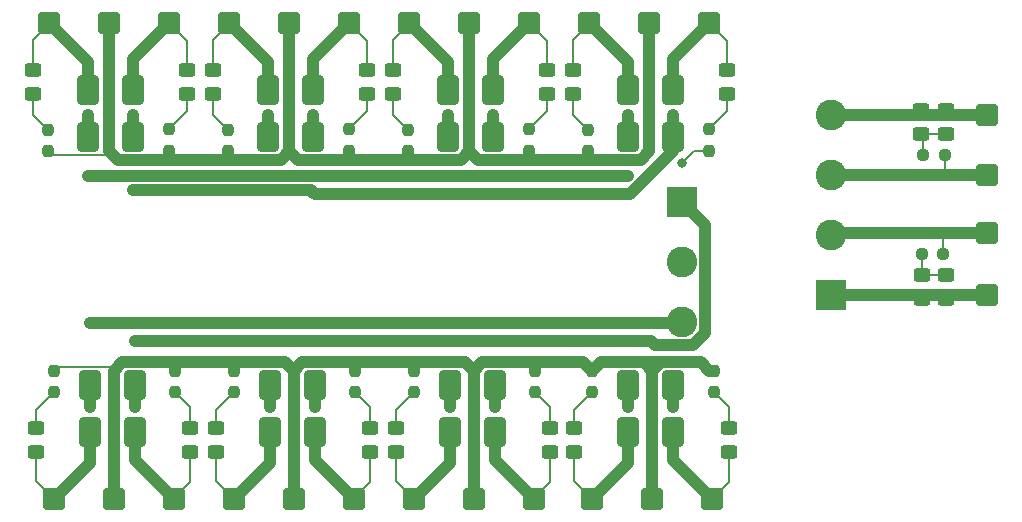
<source format=gbr>
%TF.GenerationSoftware,KiCad,Pcbnew,8.0.2*%
%TF.CreationDate,2024-07-03T12:32:50+02:00*%
%TF.ProjectId,OSSD_TEST_PCB,4f535344-5f54-4455-9354-5f5043422e6b,rev?*%
%TF.SameCoordinates,Original*%
%TF.FileFunction,Copper,L1,Top*%
%TF.FilePolarity,Positive*%
%FSLAX46Y46*%
G04 Gerber Fmt 4.6, Leading zero omitted, Abs format (unit mm)*
G04 Created by KiCad (PCBNEW 8.0.2) date 2024-07-03 12:32:50*
%MOMM*%
%LPD*%
G01*
G04 APERTURE LIST*
G04 Aperture macros list*
%AMRoundRect*
0 Rectangle with rounded corners*
0 $1 Rounding radius*
0 $2 $3 $4 $5 $6 $7 $8 $9 X,Y pos of 4 corners*
0 Add a 4 corners polygon primitive as box body*
4,1,4,$2,$3,$4,$5,$6,$7,$8,$9,$2,$3,0*
0 Add four circle primitives for the rounded corners*
1,1,$1+$1,$2,$3*
1,1,$1+$1,$4,$5*
1,1,$1+$1,$6,$7*
1,1,$1+$1,$8,$9*
0 Add four rect primitives between the rounded corners*
20,1,$1+$1,$2,$3,$4,$5,0*
20,1,$1+$1,$4,$5,$6,$7,0*
20,1,$1+$1,$6,$7,$8,$9,0*
20,1,$1+$1,$8,$9,$2,$3,0*%
G04 Aperture macros list end*
%TA.AperFunction,SMDPad,CuDef*%
%ADD10RoundRect,0.250000X0.650000X-1.000000X0.650000X1.000000X-0.650000X1.000000X-0.650000X-1.000000X0*%
%TD*%
%TA.AperFunction,SMDPad,CuDef*%
%ADD11RoundRect,0.250000X0.450000X-0.325000X0.450000X0.325000X-0.450000X0.325000X-0.450000X-0.325000X0*%
%TD*%
%TA.AperFunction,SMDPad,CuDef*%
%ADD12RoundRect,0.250000X-0.650000X1.000000X-0.650000X-1.000000X0.650000X-1.000000X0.650000X1.000000X0*%
%TD*%
%TA.AperFunction,SMDPad,CuDef*%
%ADD13RoundRect,0.237500X0.237500X-0.250000X0.237500X0.250000X-0.237500X0.250000X-0.237500X-0.250000X0*%
%TD*%
%TA.AperFunction,SMDPad,CuDef*%
%ADD14RoundRect,0.237500X-0.237500X0.250000X-0.237500X-0.250000X0.237500X-0.250000X0.237500X0.250000X0*%
%TD*%
%TA.AperFunction,SMDPad,CuDef*%
%ADD15RoundRect,0.250000X-0.450000X0.325000X-0.450000X-0.325000X0.450000X-0.325000X0.450000X0.325000X0*%
%TD*%
%TA.AperFunction,ComponentPad*%
%ADD16R,2.600000X2.600000*%
%TD*%
%TA.AperFunction,ComponentPad*%
%ADD17C,2.600000*%
%TD*%
%TA.AperFunction,SMDPad,CuDef*%
%ADD18RoundRect,0.237500X-0.250000X-0.237500X0.250000X-0.237500X0.250000X0.237500X-0.250000X0.237500X0*%
%TD*%
%TA.AperFunction,ComponentPad*%
%ADD19RoundRect,0.250000X-0.675000X-0.675000X0.675000X-0.675000X0.675000X0.675000X-0.675000X0.675000X0*%
%TD*%
%TA.AperFunction,ComponentPad*%
%ADD20RoundRect,0.250000X0.675000X0.675000X-0.675000X0.675000X-0.675000X-0.675000X0.675000X-0.675000X0*%
%TD*%
%TA.AperFunction,ViaPad*%
%ADD21C,0.800000*%
%TD*%
%TA.AperFunction,Conductor*%
%ADD22C,0.200000*%
%TD*%
%TA.AperFunction,Conductor*%
%ADD23C,1.000000*%
%TD*%
G04 APERTURE END LIST*
D10*
%TO.P,D504,1,K*%
%TO.N,Net-(D503-K)*%
X121285000Y-116681000D03*
%TO.P,D504,2,A*%
%TO.N,B*%
X121285000Y-112681000D03*
%TD*%
D11*
%TO.P,D301,1,K*%
%TO.N,Net-(D301-K)*%
X143383000Y-118373000D03*
%TO.P,D301,2,A*%
%TO.N,Net-(D301-A)*%
X143383000Y-116323000D03*
%TD*%
D12*
%TO.P,D804,1,K*%
%TO.N,Net-(D803-K)*%
X147828000Y-87662000D03*
%TO.P,D804,2,A*%
%TO.N,B*%
X147828000Y-91662000D03*
%TD*%
D13*
%TO.P,R401,1*%
%TO.N,Net-(D401-A)*%
X129667000Y-113307500D03*
%TO.P,R401,2*%
%TO.N,VCC*%
X129667000Y-111482500D03*
%TD*%
D11*
%TO.P,D1004,1,K*%
%TO.N,Net-(D1002-A)*%
X187833000Y-91449000D03*
%TO.P,D1004,2,A*%
%TO.N,Net-(D1002-K)*%
X187833000Y-89399000D03*
%TD*%
D14*
%TO.P,R902,1*%
%TO.N,Net-(D903-A)*%
X159639000Y-91059000D03*
%TO.P,R902,2*%
%TO.N,VCC*%
X159639000Y-92884000D03*
%TD*%
D13*
%TO.P,R502,1*%
%TO.N,Net-(D503-A)*%
X124714000Y-113284000D03*
%TO.P,R502,2*%
%TO.N,VCC*%
X124714000Y-111459000D03*
%TD*%
D12*
%TO.P,D604,1,K*%
%TO.N,Net-(D603-K)*%
X117348000Y-87662000D03*
%TO.P,D604,2,A*%
%TO.N,B*%
X117348000Y-91662000D03*
%TD*%
D10*
%TO.P,D202,1,K*%
%TO.N,Net-(D201-K)*%
X163068000Y-116681000D03*
%TO.P,D202,2,A*%
%TO.N,A*%
X163068000Y-112681000D03*
%TD*%
D15*
%TO.P,D901,1,K*%
%TO.N,Net-(D901-K)*%
X171450000Y-85970000D03*
%TO.P,D901,2,A*%
%TO.N,Net-(D901-A)*%
X171450000Y-88020000D03*
%TD*%
D12*
%TO.P,D704,1,K*%
%TO.N,Net-(D703-K)*%
X132588000Y-87662000D03*
%TO.P,D704,2,A*%
%TO.N,B*%
X132588000Y-91662000D03*
%TD*%
%TO.P,D802,1,K*%
%TO.N,Net-(D801-K)*%
X151638000Y-87662000D03*
%TO.P,D802,2,A*%
%TO.N,A*%
X151638000Y-91662000D03*
%TD*%
D11*
%TO.P,D303,1,K*%
%TO.N,Net-(D303-K)*%
X156464000Y-118373000D03*
%TO.P,D303,2,A*%
%TO.N,Net-(D303-A)*%
X156464000Y-116323000D03*
%TD*%
D12*
%TO.P,D902,1,K*%
%TO.N,Net-(D901-K)*%
X166878000Y-87662000D03*
%TO.P,D902,2,A*%
%TO.N,A*%
X166878000Y-91662000D03*
%TD*%
D15*
%TO.P,D801,1,K*%
%TO.N,Net-(D801-K)*%
X156210000Y-85970000D03*
%TO.P,D801,2,A*%
%TO.N,Net-(D801-A)*%
X156210000Y-88020000D03*
%TD*%
D16*
%TO.P,J1101,1,Pin_1*%
%TO.N,B*%
X167589000Y-97150000D03*
D17*
%TO.P,J1101,2,Pin_2*%
%TO.N,VCC*%
X167589000Y-102230000D03*
%TO.P,J1101,3,Pin_3*%
%TO.N,A*%
X167589000Y-107310000D03*
%TD*%
D15*
%TO.P,D601,1,K*%
%TO.N,Net-(D601-K)*%
X125730000Y-85970000D03*
%TO.P,D601,2,A*%
%TO.N,Net-(D601-A)*%
X125730000Y-88020000D03*
%TD*%
D10*
%TO.P,D404,1,K*%
%TO.N,Net-(D403-K)*%
X136525000Y-116681000D03*
%TO.P,D404,2,A*%
%TO.N,B*%
X136525000Y-112681000D03*
%TD*%
D16*
%TO.P,J1005,1,Pin_1*%
%TO.N,Net-(D1001-K)*%
X180213000Y-105029000D03*
D17*
%TO.P,J1005,2,Pin_2*%
%TO.N,Net-(J1002-Pin_1)*%
X180213000Y-99949000D03*
%TO.P,J1005,3,Pin_3*%
%TO.N,Net-(J1003-Pin_1)*%
X180213000Y-94869000D03*
%TO.P,J1005,4,Pin_4*%
%TO.N,Net-(D1002-K)*%
X180213000Y-89789000D03*
%TD*%
D11*
%TO.P,D1001,1,K*%
%TO.N,Net-(D1001-K)*%
X187916000Y-105419000D03*
%TO.P,D1001,2,A*%
%TO.N,Net-(D1001-A)*%
X187916000Y-103369000D03*
%TD*%
D14*
%TO.P,R801,1*%
%TO.N,Net-(D801-A)*%
X154686000Y-91035500D03*
%TO.P,R801,2*%
%TO.N,VCC*%
X154686000Y-92860500D03*
%TD*%
D10*
%TO.P,D302,1,K*%
%TO.N,Net-(D301-K)*%
X147955000Y-116681000D03*
%TO.P,D302,2,A*%
%TO.N,A*%
X147955000Y-112681000D03*
%TD*%
D18*
%TO.P,R1001,1*%
%TO.N,Net-(D1001-A)*%
X187936500Y-101600000D03*
%TO.P,R1001,2*%
%TO.N,Net-(J1002-Pin_1)*%
X189761500Y-101600000D03*
%TD*%
D14*
%TO.P,R802,1*%
%TO.N,Net-(D803-A)*%
X144399000Y-91059000D03*
%TO.P,R802,2*%
%TO.N,VCC*%
X144399000Y-92884000D03*
%TD*%
D13*
%TO.P,R301,1*%
%TO.N,Net-(D301-A)*%
X144907000Y-113307500D03*
%TO.P,R301,2*%
%TO.N,VCC*%
X144907000Y-111482500D03*
%TD*%
D11*
%TO.P,D401,1,K*%
%TO.N,Net-(D401-K)*%
X128143000Y-118373000D03*
%TO.P,D401,2,A*%
%TO.N,Net-(D401-A)*%
X128143000Y-116323000D03*
%TD*%
D13*
%TO.P,R202,1*%
%TO.N,Net-(D203-A)*%
X170307000Y-113284000D03*
%TO.P,R202,2*%
%TO.N,VCC*%
X170307000Y-111459000D03*
%TD*%
%TO.P,R201,1*%
%TO.N,Net-(D201-A)*%
X160020000Y-113307500D03*
%TO.P,R201,2*%
%TO.N,VCC*%
X160020000Y-111482500D03*
%TD*%
D15*
%TO.P,D803,1,K*%
%TO.N,Net-(D803-K)*%
X143129000Y-85970000D03*
%TO.P,D803,2,A*%
%TO.N,Net-(D803-A)*%
X143129000Y-88020000D03*
%TD*%
D13*
%TO.P,R302,1*%
%TO.N,Net-(D303-A)*%
X155194000Y-113284000D03*
%TO.P,R302,2*%
%TO.N,VCC*%
X155194000Y-111459000D03*
%TD*%
D11*
%TO.P,D403,1,K*%
%TO.N,Net-(D403-K)*%
X141224000Y-118373000D03*
%TO.P,D403,2,A*%
%TO.N,Net-(D403-A)*%
X141224000Y-116323000D03*
%TD*%
D10*
%TO.P,D204,1,K*%
%TO.N,Net-(D203-K)*%
X166878000Y-116681000D03*
%TO.P,D204,2,A*%
%TO.N,B*%
X166878000Y-112681000D03*
%TD*%
D12*
%TO.P,D702,1,K*%
%TO.N,Net-(D701-K)*%
X136398000Y-87662000D03*
%TO.P,D702,2,A*%
%TO.N,A*%
X136398000Y-91662000D03*
%TD*%
D10*
%TO.P,D402,1,K*%
%TO.N,Net-(D401-K)*%
X132715000Y-116681000D03*
%TO.P,D402,2,A*%
%TO.N,A*%
X132715000Y-112681000D03*
%TD*%
D11*
%TO.P,D503,1,K*%
%TO.N,Net-(D503-K)*%
X125984000Y-118373000D03*
%TO.P,D503,2,A*%
%TO.N,Net-(D503-A)*%
X125984000Y-116323000D03*
%TD*%
D14*
%TO.P,R602,1*%
%TO.N,Net-(D603-A)*%
X113919000Y-91059000D03*
%TO.P,R602,2*%
%TO.N,VCC*%
X113919000Y-92884000D03*
%TD*%
D11*
%TO.P,D501,1,K*%
%TO.N,Net-(D501-K)*%
X112903000Y-118373000D03*
%TO.P,D501,2,A*%
%TO.N,Net-(D501-A)*%
X112903000Y-116323000D03*
%TD*%
%TO.P,D203,1,K*%
%TO.N,Net-(D203-K)*%
X171577000Y-118373000D03*
%TO.P,D203,2,A*%
%TO.N,Net-(D203-A)*%
X171577000Y-116323000D03*
%TD*%
D14*
%TO.P,R901,1*%
%TO.N,Net-(D901-A)*%
X169926000Y-91035500D03*
%TO.P,R901,2*%
%TO.N,VCC*%
X169926000Y-92860500D03*
%TD*%
D11*
%TO.P,D201,1,K*%
%TO.N,Net-(D201-K)*%
X158496000Y-118373000D03*
%TO.P,D201,2,A*%
%TO.N,Net-(D201-A)*%
X158496000Y-116323000D03*
%TD*%
D10*
%TO.P,D502,1,K*%
%TO.N,Net-(D501-K)*%
X117475000Y-116681000D03*
%TO.P,D502,2,A*%
%TO.N,A*%
X117475000Y-112681000D03*
%TD*%
D15*
%TO.P,D903,1,K*%
%TO.N,Net-(D903-K)*%
X158369000Y-85970000D03*
%TO.P,D903,2,A*%
%TO.N,Net-(D903-A)*%
X158369000Y-88020000D03*
%TD*%
D14*
%TO.P,R702,1*%
%TO.N,Net-(D703-A)*%
X129159000Y-91059000D03*
%TO.P,R702,2*%
%TO.N,VCC*%
X129159000Y-92884000D03*
%TD*%
D15*
%TO.P,D701,1,K*%
%TO.N,Net-(D701-K)*%
X140970000Y-85970000D03*
%TO.P,D701,2,A*%
%TO.N,Net-(D701-A)*%
X140970000Y-88020000D03*
%TD*%
D14*
%TO.P,R701,1*%
%TO.N,Net-(D701-A)*%
X139446000Y-91035500D03*
%TO.P,R701,2*%
%TO.N,VCC*%
X139446000Y-92860500D03*
%TD*%
D13*
%TO.P,R402,1*%
%TO.N,Net-(D403-A)*%
X139954000Y-113284000D03*
%TO.P,R402,2*%
%TO.N,VCC*%
X139954000Y-111459000D03*
%TD*%
D18*
%TO.P,R1002,1*%
%TO.N,Net-(D1002-A)*%
X188063500Y-93218000D03*
%TO.P,R1002,2*%
%TO.N,Net-(J1003-Pin_1)*%
X189888500Y-93218000D03*
%TD*%
D15*
%TO.P,D1002,1,K*%
%TO.N,Net-(D1002-K)*%
X189992000Y-89399000D03*
%TO.P,D1002,2,A*%
%TO.N,Net-(D1002-A)*%
X189992000Y-91449000D03*
%TD*%
D14*
%TO.P,R601,1*%
%TO.N,Net-(D601-A)*%
X124206000Y-91035500D03*
%TO.P,R601,2*%
%TO.N,VCC*%
X124206000Y-92860500D03*
%TD*%
D12*
%TO.P,D904,1,K*%
%TO.N,Net-(D903-K)*%
X163068000Y-87662000D03*
%TO.P,D904,2,A*%
%TO.N,B*%
X163068000Y-91662000D03*
%TD*%
D13*
%TO.P,R501,1*%
%TO.N,Net-(D501-A)*%
X114427000Y-113307500D03*
%TO.P,R501,2*%
%TO.N,VCC*%
X114427000Y-111482500D03*
%TD*%
D15*
%TO.P,D703,1,K*%
%TO.N,Net-(D703-K)*%
X127889000Y-85970000D03*
%TO.P,D703,2,A*%
%TO.N,Net-(D703-A)*%
X127889000Y-88020000D03*
%TD*%
D12*
%TO.P,D602,1,K*%
%TO.N,Net-(D601-K)*%
X121158000Y-87662000D03*
%TO.P,D602,2,A*%
%TO.N,A*%
X121158000Y-91662000D03*
%TD*%
D10*
%TO.P,D304,1,K*%
%TO.N,Net-(D303-K)*%
X151765000Y-116681000D03*
%TO.P,D304,2,A*%
%TO.N,B*%
X151765000Y-112681000D03*
%TD*%
D15*
%TO.P,D603,1,K*%
%TO.N,Net-(D603-K)*%
X112649000Y-85970000D03*
%TO.P,D603,2,A*%
%TO.N,Net-(D603-A)*%
X112649000Y-88020000D03*
%TD*%
%TO.P,D1003,1,K*%
%TO.N,Net-(D1001-A)*%
X189992000Y-103369000D03*
%TO.P,D1003,2,A*%
%TO.N,Net-(D1001-K)*%
X189992000Y-105419000D03*
%TD*%
D19*
%TO.P,J1002,1,Pin_1*%
%TO.N,Net-(J1002-Pin_1)*%
X193421000Y-99822000D03*
%TD*%
%TO.P,J702,1,Pin_1*%
%TO.N,VCC*%
X134366000Y-82042000D03*
%TD*%
%TO.P,J901,1,Pin_1*%
%TO.N,Net-(D901-K)*%
X169926000Y-82042000D03*
%TD*%
D20*
%TO.P,J302,1,Pin_1*%
%TO.N,VCC*%
X149987000Y-122301000D03*
%TD*%
%TO.P,J403,1,Pin_1*%
%TO.N,Net-(D403-K)*%
X139827000Y-122301000D03*
%TD*%
D19*
%TO.P,J903,1,Pin_1*%
%TO.N,Net-(D903-K)*%
X159766000Y-82042000D03*
%TD*%
%TO.P,J701,1,Pin_1*%
%TO.N,Net-(D701-K)*%
X139446000Y-82042000D03*
%TD*%
D20*
%TO.P,J203,1,Pin_1*%
%TO.N,Net-(D203-K)*%
X170180000Y-122301000D03*
%TD*%
D19*
%TO.P,J801,1,Pin_1*%
%TO.N,Net-(D801-K)*%
X154686000Y-82042000D03*
%TD*%
D20*
%TO.P,J401,1,Pin_1*%
%TO.N,Net-(D401-K)*%
X129667000Y-122301000D03*
%TD*%
D19*
%TO.P,J601,1,Pin_1*%
%TO.N,Net-(D601-K)*%
X124206000Y-82042000D03*
%TD*%
%TO.P,J603,1,Pin_1*%
%TO.N,Net-(D603-K)*%
X114046000Y-82042000D03*
%TD*%
%TO.P,J802,1,Pin_1*%
%TO.N,VCC*%
X149606000Y-82042000D03*
%TD*%
%TO.P,J803,1,Pin_1*%
%TO.N,Net-(D803-K)*%
X144526000Y-82042000D03*
%TD*%
D20*
%TO.P,J202,1,Pin_1*%
%TO.N,VCC*%
X165100000Y-122301000D03*
%TD*%
%TO.P,J503,1,Pin_1*%
%TO.N,Net-(D503-K)*%
X124587000Y-122301000D03*
%TD*%
D19*
%TO.P,J602,1,Pin_1*%
%TO.N,VCC*%
X119126000Y-82042000D03*
%TD*%
D20*
%TO.P,J402,1,Pin_1*%
%TO.N,VCC*%
X134747000Y-122301000D03*
%TD*%
%TO.P,J501,1,Pin_1*%
%TO.N,Net-(D501-K)*%
X114427000Y-122301000D03*
%TD*%
D19*
%TO.P,J902,1,Pin_1*%
%TO.N,VCC*%
X164846000Y-82042000D03*
%TD*%
D20*
%TO.P,J502,1,Pin_1*%
%TO.N,VCC*%
X119507000Y-122301000D03*
%TD*%
%TO.P,J201,1,Pin_1*%
%TO.N,Net-(D201-K)*%
X160020000Y-122301000D03*
%TD*%
D19*
%TO.P,J703,1,Pin_1*%
%TO.N,Net-(D703-K)*%
X129286000Y-82042000D03*
%TD*%
D20*
%TO.P,J303,1,Pin_1*%
%TO.N,Net-(D303-K)*%
X155067000Y-122301000D03*
%TD*%
D19*
%TO.P,J1003,1,Pin_1*%
%TO.N,Net-(J1003-Pin_1)*%
X193421000Y-94869000D03*
%TD*%
D20*
%TO.P,J301,1,Pin_1*%
%TO.N,Net-(D301-K)*%
X144907000Y-122301000D03*
%TD*%
D19*
%TO.P,J1004,1,Pin_1*%
%TO.N,Net-(D1002-K)*%
X193421000Y-89789000D03*
%TD*%
%TO.P,J1001,1,Pin_1*%
%TO.N,Net-(D1001-K)*%
X193421000Y-105029000D03*
%TD*%
D21*
%TO.N,A*%
X151638000Y-96520000D03*
X136398000Y-96393000D03*
X162941000Y-107442000D03*
X163068000Y-114554000D03*
X136398000Y-89789000D03*
X117475000Y-107442000D03*
X121158000Y-96196000D03*
X117475000Y-114554000D03*
X147955000Y-107442000D03*
X151638000Y-89789000D03*
X132715000Y-114554000D03*
X147955000Y-114554000D03*
X121158000Y-89789000D03*
X132715000Y-107442000D03*
X166878000Y-89789000D03*
%TO.N,B*%
X151765000Y-108966000D03*
X132588000Y-94996000D03*
X121285000Y-114554000D03*
X166878000Y-114554000D03*
X117348000Y-89789000D03*
X132588000Y-89789000D03*
X164973000Y-108966000D03*
X117348000Y-94996000D03*
X136525000Y-108966000D03*
X136525000Y-114554000D03*
X121285000Y-108966000D03*
X147955000Y-94996000D03*
X147828000Y-89789000D03*
X163068000Y-89789000D03*
X151765000Y-114554000D03*
X163068000Y-94996000D03*
%TO.N,VCC*%
X164846000Y-92884430D03*
X161544000Y-93612000D03*
X161671000Y-110731000D03*
X167640000Y-93853000D03*
%TD*%
D22*
%TO.N,Net-(D201-A)*%
X158496000Y-114831500D02*
X160020000Y-113307500D01*
X158496000Y-116323000D02*
X158496000Y-114831500D01*
%TO.N,Net-(D201-K)*%
X162392000Y-117357000D02*
X163068000Y-116681000D01*
X158496000Y-120777000D02*
X160020000Y-122301000D01*
D23*
X160020000Y-122301000D02*
X163068000Y-119253000D01*
D22*
X158496000Y-118373000D02*
X158496000Y-120777000D01*
D23*
X163068000Y-119253000D02*
X163068000Y-116681000D01*
%TO.N,A*%
X121158000Y-91662000D02*
X121158000Y-89789000D01*
X163241056Y-96520000D02*
X151638000Y-96520000D01*
X117475000Y-112681000D02*
X117475000Y-114554000D01*
X162941000Y-107442000D02*
X167457000Y-107442000D01*
X166878000Y-91662000D02*
X166878000Y-92883056D01*
X166878000Y-92883056D02*
X163241056Y-96520000D01*
X136201000Y-96196000D02*
X121158000Y-96196000D01*
X136398000Y-91662000D02*
X136398000Y-89789000D01*
X136398000Y-96393000D02*
X136201000Y-96196000D01*
X147955000Y-107442000D02*
X162941000Y-107442000D01*
X117475000Y-107442000D02*
X132715000Y-107442000D01*
X136525000Y-96520000D02*
X136398000Y-96393000D01*
X151638000Y-96520000D02*
X136525000Y-96520000D01*
X167457000Y-107442000D02*
X167589000Y-107310000D01*
X166878000Y-91662000D02*
X166878000Y-89789000D01*
X132715000Y-107442000D02*
X147955000Y-107442000D01*
X132715000Y-112681000D02*
X132715000Y-114554000D01*
X147955000Y-112681000D02*
X147955000Y-114554000D01*
X163068000Y-112681000D02*
X163068000Y-114554000D01*
X151638000Y-91662000D02*
X151638000Y-89789000D01*
D22*
%TO.N,Net-(D203-K)*%
X171577000Y-118373000D02*
X171577000Y-120904000D01*
D23*
X166878000Y-116681000D02*
X166878000Y-118999000D01*
X166878000Y-118999000D02*
X170180000Y-122301000D01*
D22*
X171577000Y-120904000D02*
X170180000Y-122301000D01*
%TO.N,Net-(D203-A)*%
X171577000Y-114554000D02*
X170307000Y-113284000D01*
X171577000Y-116323000D02*
X171577000Y-114554000D01*
D23*
%TO.N,B*%
X151765000Y-108966000D02*
X136525000Y-108966000D01*
X163068000Y-91662000D02*
X163068000Y-89789000D01*
X166878000Y-112681000D02*
X166878000Y-114554000D01*
X163068000Y-94996000D02*
X147955000Y-94996000D01*
X151765000Y-112681000D02*
X151765000Y-114554000D01*
X168566000Y-109310000D02*
X169589000Y-108287000D01*
X169589000Y-108287000D02*
X169589000Y-99150000D01*
X121285000Y-112681000D02*
X121285000Y-114554000D01*
X136525000Y-108966000D02*
X121285000Y-108966000D01*
X147828000Y-91662000D02*
X147828000Y-89789000D01*
X117348000Y-91662000D02*
X117348000Y-89789000D01*
X165317000Y-109310000D02*
X168566000Y-109310000D01*
X164973000Y-108966000D02*
X165317000Y-109310000D01*
X132588000Y-94996000D02*
X117348000Y-94996000D01*
X136525000Y-112681000D02*
X136525000Y-114554000D01*
X169589000Y-99150000D02*
X167589000Y-97150000D01*
X147955000Y-94996000D02*
X132588000Y-94996000D01*
X164973000Y-108966000D02*
X151765000Y-108966000D01*
X132588000Y-91662000D02*
X132588000Y-89789000D01*
%TO.N,Net-(D301-K)*%
X147955000Y-119253000D02*
X147955000Y-116681000D01*
D22*
X143383000Y-118373000D02*
X143383000Y-120777000D01*
X147279000Y-117357000D02*
X147955000Y-116681000D01*
D23*
X144907000Y-122301000D02*
X147955000Y-119253000D01*
D22*
X143383000Y-120777000D02*
X144907000Y-122301000D01*
%TO.N,Net-(D301-A)*%
X143383000Y-116323000D02*
X143383000Y-114831500D01*
X143383000Y-114831500D02*
X144907000Y-113307500D01*
%TO.N,Net-(D303-A)*%
X156464000Y-116323000D02*
X156464000Y-114554000D01*
X156464000Y-114554000D02*
X155194000Y-113284000D01*
%TO.N,Net-(D303-K)*%
X156464000Y-120904000D02*
X155067000Y-122301000D01*
D23*
X151765000Y-116681000D02*
X151765000Y-118999000D01*
D22*
X156464000Y-118373000D02*
X156464000Y-120904000D01*
D23*
X151765000Y-118999000D02*
X155067000Y-122301000D01*
D22*
%TO.N,Net-(D401-K)*%
X128143000Y-118373000D02*
X128143000Y-120777000D01*
D23*
X129667000Y-122301000D02*
X132715000Y-119253000D01*
D22*
X132039000Y-117357000D02*
X132715000Y-116681000D01*
D23*
X132715000Y-119253000D02*
X132715000Y-116681000D01*
D22*
X128143000Y-120777000D02*
X129667000Y-122301000D01*
%TO.N,Net-(D401-A)*%
X128143000Y-116323000D02*
X128143000Y-114831500D01*
X128143000Y-114831500D02*
X129667000Y-113307500D01*
%TO.N,Net-(D403-K)*%
X141224000Y-120904000D02*
X139827000Y-122301000D01*
D23*
X136525000Y-116681000D02*
X136525000Y-118999000D01*
X136525000Y-118999000D02*
X139827000Y-122301000D01*
D22*
X141224000Y-118373000D02*
X141224000Y-120904000D01*
%TO.N,Net-(D403-A)*%
X141224000Y-114554000D02*
X139954000Y-113284000D01*
X141224000Y-116323000D02*
X141224000Y-114554000D01*
%TO.N,Net-(D501-K)*%
X112903000Y-118373000D02*
X112903000Y-120777000D01*
D23*
X114427000Y-122301000D02*
X117475000Y-119253000D01*
D22*
X112903000Y-120777000D02*
X114427000Y-122301000D01*
D23*
X117475000Y-119253000D02*
X117475000Y-116681000D01*
D22*
X116799000Y-117357000D02*
X117475000Y-116681000D01*
%TO.N,Net-(D501-A)*%
X112903000Y-114831500D02*
X114427000Y-113307500D01*
X112903000Y-116323000D02*
X112903000Y-114831500D01*
%TO.N,Net-(D503-K)*%
X125984000Y-120904000D02*
X124587000Y-122301000D01*
D23*
X121285000Y-116681000D02*
X121285000Y-118999000D01*
D22*
X125984000Y-118373000D02*
X125984000Y-120904000D01*
D23*
X121285000Y-118999000D02*
X124587000Y-122301000D01*
D22*
%TO.N,Net-(D503-A)*%
X125984000Y-116323000D02*
X125984000Y-114554000D01*
X125984000Y-114554000D02*
X124714000Y-113284000D01*
%TO.N,Net-(D601-A)*%
X125730000Y-88020000D02*
X125730000Y-89511500D01*
X125730000Y-89511500D02*
X124206000Y-91035500D01*
D23*
%TO.N,Net-(D601-K)*%
X124206000Y-82042000D02*
X121158000Y-85090000D01*
D22*
X121834000Y-86986000D02*
X121158000Y-87662000D01*
D23*
X121158000Y-85090000D02*
X121158000Y-87662000D01*
D22*
X125730000Y-85970000D02*
X125730000Y-83566000D01*
X125730000Y-83566000D02*
X124206000Y-82042000D01*
%TO.N,Net-(D603-K)*%
X112649000Y-85970000D02*
X112649000Y-83439000D01*
D23*
X117348000Y-87662000D02*
X117348000Y-85344000D01*
X117348000Y-85344000D02*
X114046000Y-82042000D01*
D22*
X112649000Y-83439000D02*
X114046000Y-82042000D01*
%TO.N,Net-(D603-A)*%
X112649000Y-89789000D02*
X113919000Y-91059000D01*
X112649000Y-88020000D02*
X112649000Y-89789000D01*
%TO.N,Net-(D701-K)*%
X137074000Y-86986000D02*
X136398000Y-87662000D01*
D23*
X136398000Y-85090000D02*
X136398000Y-87662000D01*
D22*
X140970000Y-83566000D02*
X139446000Y-82042000D01*
D23*
X139446000Y-82042000D02*
X136398000Y-85090000D01*
D22*
X140970000Y-85970000D02*
X140970000Y-83566000D01*
%TO.N,Net-(D701-A)*%
X140970000Y-88020000D02*
X140970000Y-89511500D01*
X140970000Y-89511500D02*
X139446000Y-91035500D01*
%TO.N,Net-(D703-A)*%
X127889000Y-89789000D02*
X129159000Y-91059000D01*
X127889000Y-88020000D02*
X127889000Y-89789000D01*
D23*
%TO.N,Net-(D703-K)*%
X132588000Y-85344000D02*
X129286000Y-82042000D01*
D22*
X127889000Y-85970000D02*
X127889000Y-83439000D01*
X127889000Y-83439000D02*
X129286000Y-82042000D01*
D23*
X132588000Y-87662000D02*
X132588000Y-85344000D01*
D22*
%TO.N,Net-(D801-A)*%
X156210000Y-88020000D02*
X156210000Y-89511500D01*
X156210000Y-89511500D02*
X154686000Y-91035500D01*
%TO.N,Net-(D801-K)*%
X156210000Y-85970000D02*
X156210000Y-83566000D01*
X156210000Y-83566000D02*
X154686000Y-82042000D01*
D23*
X151638000Y-85090000D02*
X151638000Y-87662000D01*
X154686000Y-82042000D02*
X151638000Y-85090000D01*
D22*
X152314000Y-86986000D02*
X151638000Y-87662000D01*
%TO.N,Net-(D803-K)*%
X143129000Y-83439000D02*
X144526000Y-82042000D01*
X143129000Y-85970000D02*
X143129000Y-83439000D01*
D23*
X147828000Y-85344000D02*
X144526000Y-82042000D01*
X147828000Y-87662000D02*
X147828000Y-85344000D01*
D22*
%TO.N,Net-(D803-A)*%
X143129000Y-89789000D02*
X144399000Y-91059000D01*
X143129000Y-88020000D02*
X143129000Y-89789000D01*
%TO.N,Net-(D901-K)*%
X167554000Y-86986000D02*
X166878000Y-87662000D01*
X171450000Y-83566000D02*
X169926000Y-82042000D01*
D23*
X166878000Y-85090000D02*
X166878000Y-87662000D01*
D22*
X171450000Y-85970000D02*
X171450000Y-83566000D01*
D23*
X169926000Y-82042000D02*
X166878000Y-85090000D01*
D22*
%TO.N,Net-(D901-A)*%
X171450000Y-89511500D02*
X169926000Y-91035500D01*
X171450000Y-88020000D02*
X171450000Y-89511500D01*
%TO.N,Net-(D903-A)*%
X158369000Y-88020000D02*
X158369000Y-89789000D01*
X158369000Y-89789000D02*
X159639000Y-91059000D01*
%TO.N,Net-(D903-K)*%
X158369000Y-85970000D02*
X158369000Y-83439000D01*
X158369000Y-83439000D02*
X159766000Y-82042000D01*
D23*
X163068000Y-85344000D02*
X159766000Y-82042000D01*
X163068000Y-87662000D02*
X163068000Y-85344000D01*
%TO.N,VCC*%
X169198000Y-110731000D02*
X169926000Y-111459000D01*
X150714570Y-110731000D02*
X159268500Y-110731000D01*
X161544000Y-93612000D02*
X150333570Y-93612000D01*
X161671000Y-110731000D02*
X160771500Y-110731000D01*
X165100000Y-111458570D02*
X165827570Y-110731000D01*
X119126000Y-82042000D02*
X119126000Y-92884430D01*
X119853570Y-93612000D02*
X119126000Y-92884430D01*
X135474570Y-110731000D02*
X149259430Y-110731000D01*
X120234570Y-110731000D02*
X134019430Y-110731000D01*
X134019430Y-110731000D02*
X134747000Y-111458570D01*
D22*
X114247000Y-93212000D02*
X118798430Y-93212000D01*
D23*
X119507000Y-111458570D02*
X120234570Y-110731000D01*
X165827570Y-110731000D02*
X166751000Y-110731000D01*
X166751000Y-110731000D02*
X163449000Y-110731000D01*
X164846000Y-82042000D02*
X164846000Y-92884430D01*
X134366000Y-82042000D02*
X134366000Y-92884430D01*
D22*
X113919000Y-92884000D02*
X114247000Y-93212000D01*
D23*
X133638430Y-93612000D02*
X119853570Y-93612000D01*
D22*
X169926000Y-92860500D02*
X168632500Y-92860500D01*
D23*
X149259430Y-110731000D02*
X149987000Y-111458570D01*
X166751000Y-110731000D02*
X169198000Y-110731000D01*
X149606000Y-82042000D02*
X149606000Y-92884430D01*
D22*
X114778500Y-111131000D02*
X119179430Y-111131000D01*
D23*
X149987000Y-122301000D02*
X149987000Y-111458570D01*
X149606000Y-92884430D02*
X148878430Y-93612000D01*
X134747000Y-111458570D02*
X135474570Y-110731000D01*
D22*
X118798430Y-93212000D02*
X119126000Y-92884430D01*
D23*
X160771500Y-110731000D02*
X160020000Y-111482500D01*
X163449000Y-110731000D02*
X161671000Y-110731000D01*
X148878430Y-93612000D02*
X135093570Y-93612000D01*
X159268500Y-110731000D02*
X160020000Y-111482500D01*
D22*
X168632500Y-92860500D02*
X167640000Y-93853000D01*
X119179430Y-111131000D02*
X119507000Y-111458570D01*
D23*
X165100000Y-122301000D02*
X165100000Y-111458570D01*
X150333570Y-93612000D02*
X149606000Y-92884430D01*
X164372430Y-110731000D02*
X163449000Y-110731000D01*
X164846000Y-92884430D02*
X164118430Y-93612000D01*
X119507000Y-122301000D02*
X119507000Y-111458570D01*
X135093570Y-93612000D02*
X134366000Y-92884430D01*
X164118430Y-93612000D02*
X161544000Y-93612000D01*
X134747000Y-122301000D02*
X134747000Y-111458570D01*
X134366000Y-92884430D02*
X133638430Y-93612000D01*
X165100000Y-111458570D02*
X164372430Y-110731000D01*
X149987000Y-111458570D02*
X150714570Y-110731000D01*
D22*
X114427000Y-111482500D02*
X114778500Y-111131000D01*
%TO.N,Net-(J1002-Pin_1)*%
X188261000Y-99869000D02*
X188214000Y-99822000D01*
D23*
X193421000Y-99822000D02*
X188214000Y-99822000D01*
D22*
X189761500Y-101600000D02*
X189761500Y-99869000D01*
D23*
X180340000Y-99822000D02*
X180213000Y-99949000D01*
X188214000Y-99822000D02*
X180340000Y-99822000D01*
%TO.N,Net-(J1003-Pin_1)*%
X189992000Y-94869000D02*
X180213000Y-94869000D01*
X193421000Y-94869000D02*
X189992000Y-94869000D01*
D22*
X189888500Y-94765500D02*
X189992000Y-94869000D01*
X189888500Y-93218000D02*
X189888500Y-94765500D01*
D23*
%TO.N,Net-(D1001-K)*%
X193421000Y-105029000D02*
X180213000Y-105029000D01*
D22*
%TO.N,Net-(D1001-A)*%
X187916000Y-101620500D02*
X187936500Y-101600000D01*
X189992000Y-103369000D02*
X187916000Y-103369000D01*
X187916000Y-103369000D02*
X187916000Y-101620500D01*
D23*
%TO.N,Net-(D1002-K)*%
X193421000Y-89789000D02*
X180213000Y-89789000D01*
D22*
%TO.N,Net-(D1002-A)*%
X188063500Y-93218000D02*
X188063500Y-91679500D01*
X187833000Y-91449000D02*
X189992000Y-91449000D01*
X188063500Y-91679500D02*
X187833000Y-91449000D01*
%TD*%
M02*

</source>
